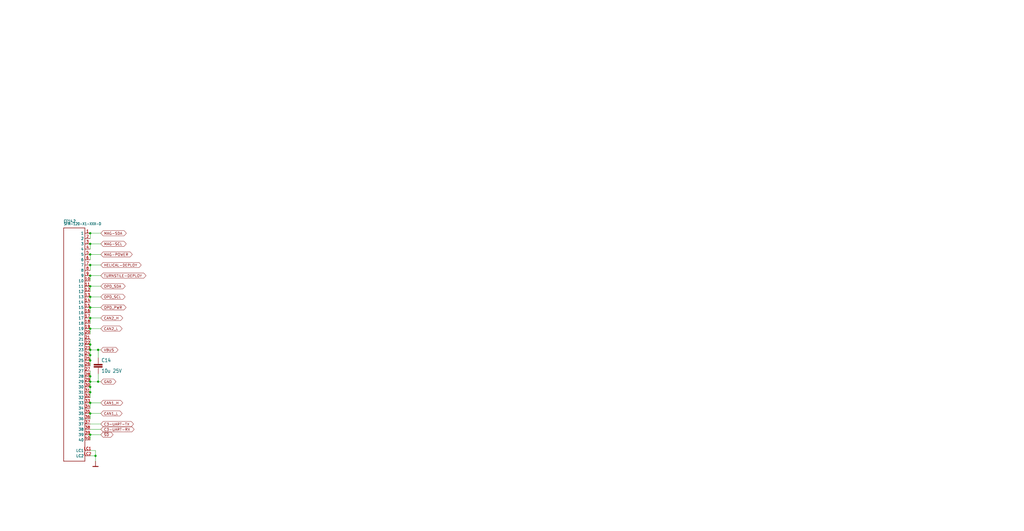
<source format=kicad_sch>
(kicad_sch (version 20211123) (generator eeschema)
  (paper "User" 490.22 254.406)
  (lib_symbols
    (symbol "oresat-backplane-2u-eagle-import:GND" (power)
      (symbol "GND_1_0"
        (polyline (pts (xy -1.27 -2.54) (xy 1.27 -2.54)) (stroke (width 0.4064)))
        (pin power_in line (at 0 0 270) (length 2.54) (name "GND") (number "1"))
      )
    )
    (symbol "oresat-backplane-2u-eagle-import:SFM-120-X1-XXX-D"
      (property "Reference" "J" (at -2.54 50.8 0))
      (property "Value" "SFM-120-X1-XXX-D" (at -2.54 49.53 0))
      (symbol "SFM-120-X1-XXX-D_1_0"
        (polyline (pts (xy -2.54 -63.5) (xy -2.54 48.26)) (stroke (width 0.254)))
        (polyline (pts (xy -2.54 48.26) (xy 7.62 48.26)) (stroke (width 0.254)))
        (polyline (pts (xy 7.62 -63.5) (xy -2.54 -63.5)) (stroke (width 0.254)))
        (polyline (pts (xy 7.62 48.26) (xy 7.62 -63.5)) (stroke (width 0.254)))
        (pin passive line (at 10.16 45.72 180) (length 2.54) (name "1") (number "1"))
        (pin passive line (at 10.16 22.86 180) (length 2.54) (name "10") (number "10"))
        (pin passive line (at 10.16 20.32 180) (length 2.54) (name "11") (number "11"))
        (pin passive line (at 10.16 17.78 180) (length 2.54) (name "12") (number "12"))
        (pin passive line (at 10.16 15.24 180) (length 2.54) (name "13") (number "13"))
        (pin passive line (at 10.16 12.7 180) (length 2.54) (name "14") (number "14"))
        (pin passive line (at 10.16 10.16 180) (length 2.54) (name "15") (number "15"))
        (pin passive line (at 10.16 7.62 180) (length 2.54) (name "16") (number "16"))
        (pin passive line (at 10.16 5.08 180) (length 2.54) (name "17") (number "17"))
        (pin passive line (at 10.16 2.54 180) (length 2.54) (name "18") (number "18"))
        (pin passive line (at 10.16 0 180) (length 2.54) (name "19") (number "19"))
        (pin passive line (at 10.16 43.18 180) (length 2.54) (name "2") (number "2"))
        (pin passive line (at 10.16 -2.54 180) (length 2.54) (name "20") (number "20"))
        (pin passive line (at 10.16 -5.08 180) (length 2.54) (name "21") (number "21"))
        (pin passive line (at 10.16 -7.62 180) (length 2.54) (name "22") (number "22"))
        (pin passive line (at 10.16 -10.16 180) (length 2.54) (name "23") (number "23"))
        (pin passive line (at 10.16 -12.7 180) (length 2.54) (name "24") (number "24"))
        (pin passive line (at 10.16 -15.24 180) (length 2.54) (name "25") (number "25"))
        (pin passive line (at 10.16 -17.78 180) (length 2.54) (name "26") (number "26"))
        (pin passive line (at 10.16 -20.32 180) (length 2.54) (name "27") (number "27"))
        (pin passive line (at 10.16 -22.86 180) (length 2.54) (name "28") (number "28"))
        (pin passive line (at 10.16 -25.4 180) (length 2.54) (name "29") (number "29"))
        (pin passive line (at 10.16 40.64 180) (length 2.54) (name "3") (number "3"))
        (pin passive line (at 10.16 -27.94 180) (length 2.54) (name "30") (number "30"))
        (pin passive line (at 10.16 -30.48 180) (length 2.54) (name "31") (number "31"))
        (pin passive line (at 10.16 -33.02 180) (length 2.54) (name "32") (number "32"))
        (pin passive line (at 10.16 -35.56 180) (length 2.54) (name "33") (number "33"))
        (pin passive line (at 10.16 -38.1 180) (length 2.54) (name "34") (number "34"))
        (pin passive line (at 10.16 -40.64 180) (length 2.54) (name "35") (number "35"))
        (pin passive line (at 10.16 -43.18 180) (length 2.54) (name "36") (number "36"))
        (pin passive line (at 10.16 -45.72 180) (length 2.54) (name "37") (number "37"))
        (pin passive line (at 10.16 -48.26 180) (length 2.54) (name "38") (number "38"))
        (pin passive line (at 10.16 -50.8 180) (length 2.54) (name "39") (number "39"))
        (pin passive line (at 10.16 38.1 180) (length 2.54) (name "4") (number "4"))
        (pin passive line (at 10.16 -53.34 180) (length 2.54) (name "40") (number "40"))
        (pin passive line (at 10.16 35.56 180) (length 2.54) (name "5") (number "5"))
        (pin passive line (at 10.16 33.02 180) (length 2.54) (name "6") (number "6"))
        (pin passive line (at 10.16 30.48 180) (length 2.54) (name "7") (number "7"))
        (pin passive line (at 10.16 27.94 180) (length 2.54) (name "8") (number "8"))
        (pin passive line (at 10.16 25.4 180) (length 2.54) (name "9") (number "9"))
        (pin passive line (at 10.16 -58.42 180) (length 2.54) (name "LC1") (number "LC1"))
        (pin passive line (at 10.16 -60.96 180) (length 2.54) (name "LC2") (number "LC2"))
      )
    )
    (symbol "oresat0-1u-backplane-eagle-import:C-EU1206-B"
      (property "Reference" "C" (at 1.524 0.381 0))
      (property "Value" "C-EU1206-B" (at 1.524 -4.699 0))
      (symbol "C-EU1206-B_1_0"
        (rectangle (start -2.032 -2.032) (end 2.032 -1.524) (fill (type outline)))
        (rectangle (start -2.032 -1.016) (end 2.032 -0.508) (fill (type outline)))
        (polyline (pts (xy 0 -2.54) (xy 0 -2.032)) (stroke (width 0.1524)))
        (polyline (pts (xy 0 0) (xy 0 -0.508)) (stroke (width 0.1524)))
        (pin passive line (at 0 2.54 270) (length 2.54) (name "1") (number "1"))
        (pin passive line (at 0 -5.08 90) (length 2.54) (name "2") (number "2"))
      )
    )
  )
  (junction (at 43.18 172.72))
  (junction (at 43.18 208.28))
  (junction (at 43.18 182.88))
  (junction (at 43.18 165.1))
  (junction (at 43.18 137.16))
  (junction (at 43.18 198.12))
  (junction (at 43.18 111.76))
  (junction (at 46.99 182.88))
  (junction (at 43.18 193.04))
  (junction (at 43.18 116.84))
  (junction (at 43.18 167.64))
  (junction (at 43.18 185.42))
  (junction (at 43.18 142.24))
  (junction (at 43.18 121.92))
  (junction (at 43.18 127))
  (junction (at 43.18 180.34))
  (junction (at 43.18 147.32))
  (junction (at 43.18 152.4))
  (junction (at 43.18 170.18))
  (junction (at 43.18 132.08))
  (junction (at 45.72 218.44))
  (junction (at 46.99 167.64))
  (junction (at 43.18 187.96))
  (junction (at 43.18 157.48))
  (wire (pts (xy 43.18 205.74) (xy 48.26 205.74)))
  (wire (pts (xy 48.26 157.48) (xy 43.18 157.48)))
  (wire (pts (xy 43.18 187.96) (xy 43.18 190.5)))
  (wire (pts (xy 43.18 121.92) (xy 48.26 121.92)))
  (wire (pts (xy 43.18 208.28) (xy 43.18 210.82)))
  (wire (pts (xy 48.26 193.04) (xy 43.18 193.04)))
  (wire (pts (xy 48.26 203.2) (xy 43.18 203.2)))
  (wire (pts (xy 48.26 147.32) (xy 43.18 147.32)))
  (wire (pts (xy 46.99 179.07) (xy 46.99 182.88)))
  (wire (pts (xy 43.18 152.4) (xy 48.26 152.4)))
  (wire (pts (xy 45.72 218.44) (xy 45.72 220.98)))
  (wire (pts (xy 46.99 167.64) (xy 43.18 167.64)))
  (wire (pts (xy 43.18 116.84) (xy 48.26 116.84)))
  (wire (pts (xy 48.26 182.88) (xy 46.99 182.88)))
  (wire (pts (xy 43.18 180.34) (xy 43.18 182.88)))
  (wire (pts (xy 43.18 142.24) (xy 43.18 144.78)))
  (wire (pts (xy 43.18 162.56) (xy 43.18 165.1)))
  (wire (pts (xy 43.18 167.64) (xy 43.18 170.18)))
  (wire (pts (xy 48.26 167.64) (xy 46.99 167.64)))
  (wire (pts (xy 43.18 127) (xy 48.26 127)))
  (wire (pts (xy 43.18 127) (xy 43.18 129.54)))
  (wire (pts (xy 43.18 193.04) (xy 43.18 195.58)))
  (wire (pts (xy 43.18 121.92) (xy 43.18 124.46)))
  (wire (pts (xy 43.18 137.16) (xy 43.18 139.7)))
  (wire (pts (xy 43.18 157.48) (xy 43.18 160.02)))
  (wire (pts (xy 43.18 116.84) (xy 43.18 119.38)))
  (wire (pts (xy 48.26 137.16) (xy 43.18 137.16)))
  (wire (pts (xy 43.18 152.4) (xy 43.18 154.94)))
  (wire (pts (xy 43.18 111.76) (xy 43.18 114.3)))
  (wire (pts (xy 43.18 147.32) (xy 43.18 149.86)))
  (wire (pts (xy 43.18 170.18) (xy 43.18 172.72)))
  (wire (pts (xy 43.18 165.1) (xy 43.18 167.64)))
  (wire (pts (xy 43.18 215.9) (xy 45.72 215.9)))
  (wire (pts (xy 46.99 167.64) (xy 46.99 171.45)))
  (wire (pts (xy 43.18 198.12) (xy 43.18 200.66)))
  (wire (pts (xy 43.18 218.44) (xy 45.72 218.44)))
  (wire (pts (xy 43.18 132.08) (xy 43.18 134.62)))
  (wire (pts (xy 43.18 177.8) (xy 43.18 180.34)))
  (wire (pts (xy 43.18 182.88) (xy 43.18 185.42)))
  (wire (pts (xy 48.26 208.28) (xy 43.18 208.28)))
  (wire (pts (xy 43.18 185.42) (xy 43.18 187.96)))
  (wire (pts (xy 43.18 111.76) (xy 48.26 111.76)))
  (wire (pts (xy 45.72 215.9) (xy 45.72 218.44)))
  (wire (pts (xy 48.26 142.24) (xy 43.18 142.24)))
  (wire (pts (xy 46.99 182.88) (xy 43.18 182.88)))
  (wire (pts (xy 43.18 172.72) (xy 43.18 175.26)))
  (wire (pts (xy 48.26 132.08) (xy 43.18 132.08)))
  (wire (pts (xy 48.26 198.12) (xy 43.18 198.12)))
  (global_label "OPD_SDA" (shape bidirectional) (at 48.26 137.16 0) (effects (font (size 1.2446 1.2446))) (property "Intersheet References" "${INTERSHEET_REFS}" (effects hide)))
  (global_label "MAG-SCL" (shape bidirectional) (at 48.26 116.84 0) (effects (font (size 1.2446 1.2446))) (property "Intersheet References" "${INTERSHEET_REFS}" (effects hide)))
  (global_label "CAN1_H" (shape bidirectional) (at 48.26 193.04 0) (effects (font (size 1.2446 1.2446))) (property "Intersheet References" "${INTERSHEET_REFS}" (effects hide)))
  (global_label "TURNSTILE-DEPLOY" (shape bidirectional) (at 48.26 132.08 0) (effects (font (size 1.2446 1.2446))) (property "Intersheet References" "${INTERSHEET_REFS}" (effects hide)))
  (global_label "C3-UART-TX" (shape bidirectional) (at 48.26 203.2 0) (effects (font (size 1.2446 1.2446))) (property "Intersheet References" "${INTERSHEET_REFS}" (effects hide)))
  (global_label "CAN2_H" (shape bidirectional) (at 48.26 152.4 0) (effects (font (size 1.2446 1.2446))) (property "Intersheet References" "${INTERSHEET_REFS}" (effects hide)))
  (global_label "HELICAL-DEPLOY" (shape bidirectional) (at 48.26 127 0) (effects (font (size 1.2446 1.2446))) (property "Intersheet References" "${INTERSHEET_REFS}" (effects hide)))
  (global_label "MAG-SDA" (shape bidirectional) (at 48.26 111.76 0) (effects (font (size 1.2446 1.2446))) (property "Intersheet References" "${INTERSHEET_REFS}" (effects hide)))
  (global_label "CAN1_L" (shape bidirectional) (at 48.26 198.12 0) (effects (font (size 1.2446 1.2446))) (property "Intersheet References" "${INTERSHEET_REFS}" (effects hide)))
  (global_label "GND" (shape bidirectional) (at 48.26 182.88 0) (effects (font (size 1.2446 1.2446))) (property "Intersheet References" "${INTERSHEET_REFS}" (effects hide)))
  (global_label "CAN2_L" (shape bidirectional) (at 48.26 157.48 0) (effects (font (size 1.2446 1.2446))) (property "Intersheet References" "${INTERSHEET_REFS}" (effects hide)))
  (global_label "C3-UART-RX" (shape bidirectional) (at 48.26 205.74 0) (effects (font (size 1.2446 1.2446))) (property "Intersheet References" "${INTERSHEET_REFS}" (effects hide)))
  (global_label "OPD_SCL" (shape bidirectional) (at 48.26 142.24 0) (effects (font (size 1.2446 1.2446))) (property "Intersheet References" "${INTERSHEET_REFS}" (effects hide)))
  (global_label "~{SD}" (shape bidirectional) (at 48.26 208.28 0) (effects (font (size 1.2446 1.2446))) (property "Intersheet References" "${INTERSHEET_REFS}" (effects hide)))
  (global_label "OPD_PWR" (shape bidirectional) (at 48.26 147.32 0) (effects (font (size 1.2446 1.2446))) (property "Intersheet References" "${INTERSHEET_REFS}" (effects hide)))
  (global_label "MAG-POWER" (shape bidirectional) (at 48.26 121.92 0) (effects (font (size 1.2446 1.2446))) (property "Intersheet References" "${INTERSHEET_REFS}" (effects hide)))
  (global_label "VBUS" (shape bidirectional) (at 48.26 167.64 0) (effects (font (size 1.2446 1.2446))) (property "Intersheet References" "${INTERSHEET_REFS}" (effects hide)))
  (symbol (lib_id "oresat-backplane-2u-eagle-import:GND") (at 45.72 220.98 0) (unit 1)
    (property "Reference" "#GND0113" (effects hide))
    (property "Value" "GND" (effects hide))
    (property "Footprint" "oresat-backplane-2u:" (effects hide))
  )
  (symbol (lib_id "oresat-backplane-2u-eagle-import:SFM-120-X1-XXX-D") (at 33.02 157.48 0) (unit 1)
    (property "Reference" "CF14.2" (at 30.48 106.68 0) (effects (font (size 1.27 1.0795)) (justify left bottom)))
    (property "Value" "SFM-120-X1-XXX-D" (at 30.48 107.95 0) (effects (font (size 1.27 1.0795)) (justify left bottom)))
    (property "Footprint" "oresat-connectors:J-SAMTEC-SFM-120-X1-XXX-D" (effects hide))
  )
  (symbol (lib_id "oresat0-1u-backplane-eagle-import:C-EU1206-B") (at 46.99 173.99 0) (unit 1)
    (property "Reference" "C14" (at 48.514 173.609 0) (effects (font (size 1.778 1.5113)) (justify left bottom)))
    (property "Value" "10u 25V" (at 48.514 178.689 0) (effects (font (size 1.778 1.5113)) (justify left bottom)))
    (property "Footprint" "Capacitor_SMD:C_1206_3216Metric" (effects hide))
  )
)
</source>
